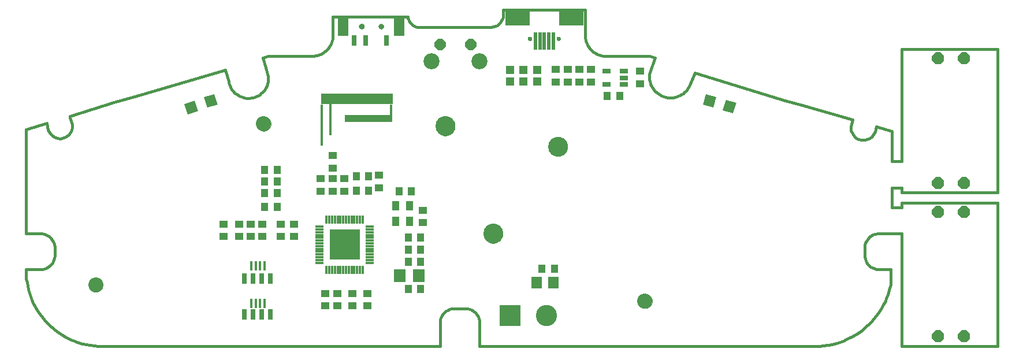
<source format=gts>
G75*
G70*
%OFA0B0*%
%FSLAX24Y24*%
%IPPOS*%
%LPD*%
%AMOC8*
5,1,8,0,0,1.08239X$1,22.5*
%
%ADD10C,0.0000*%
%ADD11C,0.1142*%
%ADD12C,0.0867*%
%ADD13C,0.0160*%
%ADD14R,0.1221X0.1221*%
%ADD15C,0.1221*%
%ADD16R,0.0631X0.0631*%
%ADD17R,0.0512X0.0257*%
%ADD18R,0.0591X0.1040*%
%ADD19R,0.0276X0.0591*%
%ADD20C,0.0316*%
%ADD21OC8,0.0700*%
%ADD22OC8,0.0640*%
%ADD23C,0.0925*%
%ADD24R,0.0138X0.0138*%
%ADD25R,0.4150X0.0600*%
%ADD26R,0.0170X0.1040*%
%ADD27R,0.2770X0.0410*%
%ADD28R,0.0130X0.1790*%
%ADD29R,0.0130X0.2370*%
%ADD30R,0.0434X0.0552*%
%ADD31R,0.1753X0.1753*%
%ADD32R,0.0512X0.0120*%
%ADD33R,0.0120X0.0512*%
%ADD34R,0.0178X0.0552*%
%ADD35R,0.0473X0.0434*%
%ADD36R,0.0434X0.0473*%
%ADD37R,0.0591X0.0670*%
%ADD38R,0.0670X0.0749*%
%ADD39R,0.0473X0.0493*%
%ADD40R,0.0217X0.1024*%
%ADD41R,0.1418X0.0788*%
%ADD42C,0.0237*%
D10*
X004901Y004920D02*
X004903Y004960D01*
X004909Y005001D01*
X004919Y005040D01*
X004932Y005078D01*
X004950Y005115D01*
X004971Y005149D01*
X004995Y005182D01*
X005022Y005212D01*
X005052Y005239D01*
X005085Y005263D01*
X005119Y005284D01*
X005156Y005302D01*
X005194Y005315D01*
X005233Y005325D01*
X005274Y005331D01*
X005314Y005333D01*
X005354Y005331D01*
X005395Y005325D01*
X005434Y005315D01*
X005472Y005302D01*
X005509Y005284D01*
X005543Y005263D01*
X005576Y005239D01*
X005606Y005212D01*
X005633Y005182D01*
X005657Y005149D01*
X005678Y005115D01*
X005696Y005078D01*
X005709Y005040D01*
X005719Y005001D01*
X005725Y004960D01*
X005727Y004920D01*
X005725Y004880D01*
X005719Y004839D01*
X005709Y004800D01*
X005696Y004762D01*
X005678Y004725D01*
X005657Y004691D01*
X005633Y004658D01*
X005606Y004628D01*
X005576Y004601D01*
X005543Y004577D01*
X005509Y004556D01*
X005472Y004538D01*
X005434Y004525D01*
X005395Y004515D01*
X005354Y004509D01*
X005314Y004507D01*
X005274Y004509D01*
X005233Y004515D01*
X005194Y004525D01*
X005156Y004538D01*
X005119Y004556D01*
X005085Y004577D01*
X005052Y004601D01*
X005022Y004628D01*
X004995Y004658D01*
X004971Y004691D01*
X004950Y004725D01*
X004932Y004762D01*
X004919Y004800D01*
X004909Y004839D01*
X004903Y004880D01*
X004901Y004920D01*
X024940Y014074D02*
X024942Y014121D01*
X024948Y014167D01*
X024958Y014213D01*
X024971Y014258D01*
X024989Y014301D01*
X025010Y014343D01*
X025034Y014383D01*
X025062Y014420D01*
X025093Y014455D01*
X025127Y014488D01*
X025163Y014517D01*
X025202Y014543D01*
X025243Y014566D01*
X025286Y014585D01*
X025330Y014601D01*
X025375Y014613D01*
X025421Y014621D01*
X025468Y014625D01*
X025514Y014625D01*
X025561Y014621D01*
X025607Y014613D01*
X025652Y014601D01*
X025696Y014585D01*
X025739Y014566D01*
X025780Y014543D01*
X025819Y014517D01*
X025855Y014488D01*
X025889Y014455D01*
X025920Y014420D01*
X025948Y014383D01*
X025972Y014343D01*
X025993Y014301D01*
X026011Y014258D01*
X026024Y014213D01*
X026034Y014167D01*
X026040Y014121D01*
X026042Y014074D01*
X026040Y014027D01*
X026034Y013981D01*
X026024Y013935D01*
X026011Y013890D01*
X025993Y013847D01*
X025972Y013805D01*
X025948Y013765D01*
X025920Y013728D01*
X025889Y013693D01*
X025855Y013660D01*
X025819Y013631D01*
X025780Y013605D01*
X025739Y013582D01*
X025696Y013563D01*
X025652Y013547D01*
X025607Y013535D01*
X025561Y013527D01*
X025514Y013523D01*
X025468Y013523D01*
X025421Y013527D01*
X025375Y013535D01*
X025330Y013547D01*
X025286Y013563D01*
X025243Y013582D01*
X025202Y013605D01*
X025163Y013631D01*
X025127Y013660D01*
X025093Y013693D01*
X025062Y013728D01*
X025034Y013765D01*
X025010Y013805D01*
X024989Y013847D01*
X024971Y013890D01*
X024958Y013935D01*
X024948Y013981D01*
X024942Y014027D01*
X024940Y014074D01*
X031436Y012893D02*
X031438Y012940D01*
X031444Y012986D01*
X031454Y013032D01*
X031467Y013077D01*
X031485Y013120D01*
X031506Y013162D01*
X031530Y013202D01*
X031558Y013239D01*
X031589Y013274D01*
X031623Y013307D01*
X031659Y013336D01*
X031698Y013362D01*
X031739Y013385D01*
X031782Y013404D01*
X031826Y013420D01*
X031871Y013432D01*
X031917Y013440D01*
X031964Y013444D01*
X032010Y013444D01*
X032057Y013440D01*
X032103Y013432D01*
X032148Y013420D01*
X032192Y013404D01*
X032235Y013385D01*
X032276Y013362D01*
X032315Y013336D01*
X032351Y013307D01*
X032385Y013274D01*
X032416Y013239D01*
X032444Y013202D01*
X032468Y013162D01*
X032489Y013120D01*
X032507Y013077D01*
X032520Y013032D01*
X032530Y012986D01*
X032536Y012940D01*
X032538Y012893D01*
X032536Y012846D01*
X032530Y012800D01*
X032520Y012754D01*
X032507Y012709D01*
X032489Y012666D01*
X032468Y012624D01*
X032444Y012584D01*
X032416Y012547D01*
X032385Y012512D01*
X032351Y012479D01*
X032315Y012450D01*
X032276Y012424D01*
X032235Y012401D01*
X032192Y012382D01*
X032148Y012366D01*
X032103Y012354D01*
X032057Y012346D01*
X032010Y012342D01*
X031964Y012342D01*
X031917Y012346D01*
X031871Y012354D01*
X031826Y012366D01*
X031782Y012382D01*
X031739Y012401D01*
X031698Y012424D01*
X031659Y012450D01*
X031623Y012479D01*
X031589Y012512D01*
X031558Y012547D01*
X031530Y012584D01*
X031506Y012624D01*
X031485Y012666D01*
X031467Y012709D01*
X031454Y012754D01*
X031444Y012800D01*
X031438Y012846D01*
X031436Y012893D01*
X027696Y007873D02*
X027698Y007920D01*
X027704Y007966D01*
X027714Y008012D01*
X027727Y008057D01*
X027745Y008100D01*
X027766Y008142D01*
X027790Y008182D01*
X027818Y008219D01*
X027849Y008254D01*
X027883Y008287D01*
X027919Y008316D01*
X027958Y008342D01*
X027999Y008365D01*
X028042Y008384D01*
X028086Y008400D01*
X028131Y008412D01*
X028177Y008420D01*
X028224Y008424D01*
X028270Y008424D01*
X028317Y008420D01*
X028363Y008412D01*
X028408Y008400D01*
X028452Y008384D01*
X028495Y008365D01*
X028536Y008342D01*
X028575Y008316D01*
X028611Y008287D01*
X028645Y008254D01*
X028676Y008219D01*
X028704Y008182D01*
X028728Y008142D01*
X028749Y008100D01*
X028767Y008057D01*
X028780Y008012D01*
X028790Y007966D01*
X028796Y007920D01*
X028798Y007873D01*
X028796Y007826D01*
X028790Y007780D01*
X028780Y007734D01*
X028767Y007689D01*
X028749Y007646D01*
X028728Y007604D01*
X028704Y007564D01*
X028676Y007527D01*
X028645Y007492D01*
X028611Y007459D01*
X028575Y007430D01*
X028536Y007404D01*
X028495Y007381D01*
X028452Y007362D01*
X028408Y007346D01*
X028363Y007334D01*
X028317Y007326D01*
X028270Y007322D01*
X028224Y007322D01*
X028177Y007326D01*
X028131Y007334D01*
X028086Y007346D01*
X028042Y007362D01*
X027999Y007381D01*
X027958Y007404D01*
X027919Y007430D01*
X027883Y007459D01*
X027849Y007492D01*
X027818Y007527D01*
X027790Y007564D01*
X027766Y007604D01*
X027745Y007646D01*
X027727Y007689D01*
X027714Y007734D01*
X027704Y007780D01*
X027698Y007826D01*
X027696Y007873D01*
X036594Y003975D02*
X036596Y004015D01*
X036602Y004056D01*
X036612Y004095D01*
X036625Y004133D01*
X036643Y004170D01*
X036664Y004204D01*
X036688Y004237D01*
X036715Y004267D01*
X036745Y004294D01*
X036778Y004318D01*
X036812Y004339D01*
X036849Y004357D01*
X036887Y004370D01*
X036926Y004380D01*
X036967Y004386D01*
X037007Y004388D01*
X037047Y004386D01*
X037088Y004380D01*
X037127Y004370D01*
X037165Y004357D01*
X037202Y004339D01*
X037236Y004318D01*
X037269Y004294D01*
X037299Y004267D01*
X037326Y004237D01*
X037350Y004204D01*
X037371Y004170D01*
X037389Y004133D01*
X037402Y004095D01*
X037412Y004056D01*
X037418Y004015D01*
X037420Y003975D01*
X037418Y003935D01*
X037412Y003894D01*
X037402Y003855D01*
X037389Y003817D01*
X037371Y003780D01*
X037350Y003746D01*
X037326Y003713D01*
X037299Y003683D01*
X037269Y003656D01*
X037236Y003632D01*
X037202Y003611D01*
X037165Y003593D01*
X037127Y003580D01*
X037088Y003570D01*
X037047Y003564D01*
X037007Y003562D01*
X036967Y003564D01*
X036926Y003570D01*
X036887Y003580D01*
X036849Y003593D01*
X036812Y003611D01*
X036778Y003632D01*
X036745Y003656D01*
X036715Y003683D01*
X036688Y003713D01*
X036664Y003746D01*
X036643Y003780D01*
X036625Y003817D01*
X036612Y003855D01*
X036602Y003894D01*
X036596Y003935D01*
X036594Y003975D01*
X014596Y014201D02*
X014598Y014241D01*
X014604Y014282D01*
X014614Y014321D01*
X014627Y014359D01*
X014645Y014396D01*
X014666Y014430D01*
X014690Y014463D01*
X014717Y014493D01*
X014747Y014520D01*
X014780Y014544D01*
X014814Y014565D01*
X014851Y014583D01*
X014889Y014596D01*
X014928Y014606D01*
X014969Y014612D01*
X015009Y014614D01*
X015049Y014612D01*
X015090Y014606D01*
X015129Y014596D01*
X015167Y014583D01*
X015204Y014565D01*
X015238Y014544D01*
X015271Y014520D01*
X015301Y014493D01*
X015328Y014463D01*
X015352Y014430D01*
X015373Y014396D01*
X015391Y014359D01*
X015404Y014321D01*
X015414Y014282D01*
X015420Y014241D01*
X015422Y014201D01*
X015420Y014161D01*
X015414Y014120D01*
X015404Y014081D01*
X015391Y014043D01*
X015373Y014006D01*
X015352Y013972D01*
X015328Y013939D01*
X015301Y013909D01*
X015271Y013882D01*
X015238Y013858D01*
X015204Y013837D01*
X015167Y013819D01*
X015129Y013806D01*
X015090Y013796D01*
X015049Y013790D01*
X015009Y013788D01*
X014969Y013790D01*
X014928Y013796D01*
X014889Y013806D01*
X014851Y013819D01*
X014814Y013837D01*
X014780Y013858D01*
X014747Y013882D01*
X014717Y013909D01*
X014690Y013939D01*
X014666Y013972D01*
X014645Y014006D01*
X014627Y014043D01*
X014614Y014081D01*
X014604Y014120D01*
X014598Y014161D01*
X014596Y014201D01*
X020530Y019826D02*
X020532Y019849D01*
X020538Y019872D01*
X020548Y019893D01*
X020561Y019913D01*
X020577Y019930D01*
X020596Y019944D01*
X020617Y019954D01*
X020639Y019961D01*
X020662Y019964D01*
X020686Y019963D01*
X020708Y019958D01*
X020730Y019949D01*
X020750Y019937D01*
X020768Y019921D01*
X020782Y019903D01*
X020794Y019883D01*
X020802Y019861D01*
X020806Y019838D01*
X020806Y019814D01*
X020802Y019791D01*
X020794Y019769D01*
X020782Y019749D01*
X020768Y019731D01*
X020750Y019715D01*
X020730Y019703D01*
X020708Y019694D01*
X020686Y019689D01*
X020662Y019688D01*
X020639Y019691D01*
X020617Y019698D01*
X020596Y019708D01*
X020577Y019722D01*
X020561Y019739D01*
X020548Y019759D01*
X020538Y019780D01*
X020532Y019803D01*
X020530Y019826D01*
X021652Y019826D02*
X021654Y019849D01*
X021660Y019872D01*
X021670Y019893D01*
X021683Y019913D01*
X021699Y019930D01*
X021718Y019944D01*
X021739Y019954D01*
X021761Y019961D01*
X021784Y019964D01*
X021808Y019963D01*
X021830Y019958D01*
X021852Y019949D01*
X021872Y019937D01*
X021890Y019921D01*
X021904Y019903D01*
X021916Y019883D01*
X021924Y019861D01*
X021928Y019838D01*
X021928Y019814D01*
X021924Y019791D01*
X021916Y019769D01*
X021904Y019749D01*
X021890Y019731D01*
X021872Y019715D01*
X021852Y019703D01*
X021830Y019694D01*
X021808Y019689D01*
X021784Y019688D01*
X021761Y019691D01*
X021739Y019698D01*
X021718Y019708D01*
X021699Y019722D01*
X021683Y019739D01*
X021670Y019759D01*
X021660Y019780D01*
X021654Y019803D01*
X021652Y019826D01*
X030275Y019109D02*
X030277Y019128D01*
X030282Y019147D01*
X030292Y019163D01*
X030304Y019178D01*
X030319Y019190D01*
X030335Y019200D01*
X030354Y019205D01*
X030373Y019207D01*
X030392Y019205D01*
X030411Y019200D01*
X030427Y019190D01*
X030442Y019178D01*
X030454Y019163D01*
X030464Y019147D01*
X030469Y019128D01*
X030471Y019109D01*
X030469Y019090D01*
X030464Y019071D01*
X030454Y019055D01*
X030442Y019040D01*
X030427Y019028D01*
X030411Y019018D01*
X030392Y019013D01*
X030373Y019011D01*
X030354Y019013D01*
X030335Y019018D01*
X030319Y019028D01*
X030304Y019040D01*
X030292Y019055D01*
X030282Y019071D01*
X030277Y019090D01*
X030275Y019109D01*
X031929Y019109D02*
X031931Y019128D01*
X031936Y019147D01*
X031946Y019163D01*
X031958Y019178D01*
X031973Y019190D01*
X031989Y019200D01*
X032008Y019205D01*
X032027Y019207D01*
X032046Y019205D01*
X032065Y019200D01*
X032081Y019190D01*
X032096Y019178D01*
X032108Y019163D01*
X032118Y019147D01*
X032123Y019128D01*
X032125Y019109D01*
X032123Y019090D01*
X032118Y019071D01*
X032108Y019055D01*
X032096Y019040D01*
X032081Y019028D01*
X032065Y019018D01*
X032046Y019013D01*
X032027Y019011D01*
X032008Y019013D01*
X031989Y019018D01*
X031973Y019028D01*
X031958Y019040D01*
X031946Y019055D01*
X031936Y019071D01*
X031931Y019090D01*
X031929Y019109D01*
D11*
X025491Y014074D03*
X031987Y012893D03*
X028247Y007873D03*
D12*
X037007Y003975D03*
X015009Y014201D03*
X005314Y004920D03*
D13*
X003900Y001750D02*
X003710Y001840D01*
X003550Y001920D01*
X003350Y002040D01*
X003110Y002200D01*
X002880Y002380D01*
X002660Y002570D01*
X002550Y002680D01*
X002400Y002840D01*
X002280Y002980D01*
X002180Y003110D01*
X002060Y003270D01*
X001960Y003420D01*
X001830Y003650D01*
X001710Y003870D01*
X001640Y004030D01*
X001520Y004350D01*
X001430Y004660D01*
X001380Y004870D01*
X001350Y005040D01*
X001310Y005290D01*
X001280Y005800D01*
X002120Y005810D01*
X002210Y005810D01*
X002260Y005820D01*
X002350Y005840D01*
X002460Y005880D01*
X002560Y005930D01*
X002660Y006000D01*
X002750Y006100D01*
X002820Y006190D01*
X002870Y006280D01*
X002900Y006340D01*
X002940Y006470D01*
X002950Y006590D01*
X002950Y007100D01*
X002930Y007230D01*
X002920Y007270D01*
X002870Y007410D01*
X002720Y007620D01*
X002620Y007710D01*
X002490Y007790D01*
X002370Y007840D01*
X002190Y007870D01*
X001280Y007870D01*
X001280Y013880D01*
X002490Y014240D01*
X002570Y013850D01*
X002680Y013640D01*
X002830Y013500D01*
X002940Y013430D01*
X003110Y013370D01*
X003260Y013360D01*
X003480Y013400D01*
X003640Y013480D01*
X003760Y013570D01*
X003850Y013700D01*
X003920Y013830D01*
X003960Y014020D01*
X003950Y014160D01*
X003930Y014280D01*
X003840Y014550D01*
X003820Y014660D01*
X006460Y015470D01*
X006600Y015510D01*
X007560Y015790D01*
X012780Y017320D01*
X012980Y016640D01*
X013000Y016570D01*
X013020Y016490D01*
X013050Y016410D01*
X013140Y016230D01*
X013170Y016190D01*
X013220Y016120D01*
X013260Y016070D01*
X013340Y015990D01*
X013400Y015940D01*
X013450Y015900D01*
X013560Y015830D01*
X013610Y015800D01*
X013690Y015770D01*
X013790Y015730D01*
X013860Y015710D01*
X013910Y015700D01*
X013980Y015690D01*
X014020Y015690D01*
X014160Y015680D01*
X014320Y015700D01*
X014410Y015720D01*
X014490Y015740D01*
X014570Y015770D01*
X014720Y015850D01*
X014790Y015890D01*
X014840Y015930D01*
X014960Y016040D01*
X015050Y016150D01*
X015130Y016280D01*
X015180Y016370D01*
X015230Y016520D01*
X015260Y016650D01*
X015270Y016740D01*
X015270Y016950D01*
X015130Y017430D01*
X014960Y018010D01*
X015260Y018110D01*
X017860Y018110D01*
X018060Y018130D01*
X018190Y018170D01*
X018350Y018230D01*
X018510Y018330D01*
X018630Y018430D01*
X018720Y018530D01*
X018810Y018650D01*
X018900Y018820D01*
X018960Y019000D01*
X018990Y019110D01*
X019000Y019160D01*
X019000Y020376D01*
X023320Y020376D01*
X023340Y020282D01*
X023350Y020260D01*
X023400Y020130D01*
X023460Y020040D01*
X023550Y019940D01*
X023630Y019880D01*
X023750Y019820D01*
X023860Y019790D01*
X023940Y019780D01*
X028140Y019780D01*
X028270Y019800D01*
X028390Y019840D01*
X028490Y019890D01*
X028570Y019950D01*
X028670Y020050D01*
X028710Y020100D01*
X028770Y020210D01*
X028800Y020290D01*
X028820Y020350D01*
X028830Y020410D01*
X028840Y020770D01*
X033560Y020770D01*
X033560Y019200D01*
X033600Y018980D01*
X033650Y018850D01*
X033690Y018760D01*
X033750Y018660D01*
X033820Y018560D01*
X033930Y018440D01*
X034020Y018360D01*
X034160Y018270D01*
X034270Y018210D01*
X034370Y018170D01*
X034480Y018140D01*
X034580Y018120D01*
X034750Y018110D01*
X037310Y018110D01*
X037600Y018010D01*
X037290Y017190D01*
X037270Y017060D01*
X037260Y016910D01*
X037270Y016790D01*
X037300Y016630D01*
X037330Y016540D01*
X037340Y016490D01*
X037390Y016390D01*
X037490Y016220D01*
X037610Y016070D01*
X037690Y016000D01*
X037830Y015900D01*
X037980Y015810D01*
X038190Y015750D01*
X038330Y015720D01*
X038400Y015710D01*
X038520Y015710D01*
X038630Y015720D01*
X038750Y015740D01*
X038860Y015770D01*
X038940Y015800D01*
X039030Y015840D01*
X039130Y015900D01*
X039220Y015960D01*
X039300Y016030D01*
X039370Y016090D01*
X039430Y016160D01*
X039470Y016210D01*
X039570Y016370D01*
X039600Y016440D01*
X039880Y017130D01*
X045080Y015560D01*
X046090Y015270D01*
X048980Y014450D01*
X048890Y014030D01*
X048910Y013810D01*
X048980Y013640D01*
X049080Y013490D01*
X049200Y013390D01*
X049320Y013320D01*
X049490Y013270D01*
X049700Y013270D01*
X049920Y013330D01*
X050090Y013450D01*
X050170Y013540D01*
X050280Y013730D01*
X050360Y014050D01*
X051270Y013780D01*
X051270Y012040D01*
X051840Y012040D01*
X051840Y018508D01*
X057352Y018508D01*
X057352Y010240D01*
X051840Y010240D01*
X051840Y010520D01*
X051270Y010520D01*
X051270Y009370D01*
X051840Y009370D01*
X051840Y009648D01*
X057352Y009648D01*
X057352Y001380D01*
X051840Y001380D01*
X051840Y007870D01*
X050430Y007870D01*
X050340Y007860D01*
X050260Y007840D01*
X050170Y007810D01*
X050050Y007740D01*
X049960Y007670D01*
X049880Y007590D01*
X049800Y007460D01*
X049740Y007330D01*
X049710Y007210D01*
X049700Y006550D01*
X049720Y006410D01*
X049800Y006210D01*
X049870Y006100D01*
X050030Y005960D01*
X050120Y005900D01*
X050290Y005830D01*
X050370Y005810D01*
X051200Y005810D01*
X051200Y005080D01*
X051180Y004900D01*
X051140Y004730D01*
X051020Y004340D01*
X050940Y004130D01*
X050880Y003990D01*
X050770Y003770D01*
X050620Y003510D01*
X050470Y003280D01*
X050090Y002810D01*
X049970Y002690D01*
X049770Y002500D01*
X049620Y002370D01*
X049520Y002290D01*
X049340Y002160D01*
X049230Y002090D01*
X049100Y002010D01*
X048980Y001940D01*
X048770Y001830D01*
X048640Y001770D01*
X048460Y001690D01*
X048260Y001620D01*
X048070Y001560D01*
X047810Y001490D01*
X047600Y001450D01*
X047270Y001400D01*
X047120Y001390D01*
X046940Y001380D01*
X027460Y001380D01*
X027460Y002840D01*
X027420Y002990D01*
X027390Y003070D01*
X027340Y003170D01*
X027220Y003320D01*
X027110Y003410D01*
X027000Y003470D01*
X026880Y003510D01*
X026810Y003530D01*
X026740Y003540D01*
X025940Y003540D01*
X025820Y003530D01*
X025730Y003500D01*
X025630Y003460D01*
X025540Y003410D01*
X025460Y003350D01*
X025370Y003250D01*
X025290Y003140D01*
X025260Y003070D01*
X025240Y003020D01*
X025210Y002900D01*
X025190Y002810D01*
X025190Y001380D01*
X005470Y001380D01*
X005240Y001400D01*
X005000Y001430D01*
X004560Y001520D01*
X004320Y001590D01*
X004100Y001670D01*
X003900Y001750D01*
D14*
X029231Y003149D03*
D15*
X031322Y003149D03*
D16*
G36*
X041680Y015574D02*
X042284Y015400D01*
X042110Y014796D01*
X041506Y014970D01*
X041680Y015574D01*
G37*
G36*
X040522Y015906D02*
X041126Y015732D01*
X040952Y015128D01*
X040348Y015302D01*
X040522Y015906D01*
G37*
G36*
X011577Y015728D02*
X012175Y015922D01*
X012369Y015324D01*
X011771Y015130D01*
X011577Y015728D01*
G37*
G36*
X010431Y015356D02*
X011029Y015550D01*
X011223Y014952D01*
X010625Y014758D01*
X010431Y015356D01*
G37*
D17*
X034786Y016482D03*
X035810Y016482D03*
X035810Y016858D03*
X035810Y017234D03*
X034786Y017234D03*
D18*
X022834Y019775D03*
X019586Y019775D03*
D19*
X020235Y018995D03*
X020904Y018995D03*
X022086Y018995D03*
X015390Y005275D03*
X014890Y005275D03*
X014390Y005275D03*
X013890Y005275D03*
X013890Y003205D03*
X014390Y003205D03*
X014890Y003205D03*
X015390Y003205D03*
D20*
X020668Y019826D03*
X021790Y019826D03*
D21*
X053942Y017975D03*
X055442Y017975D03*
X055442Y010778D03*
X053942Y010778D03*
X053940Y009125D03*
X055440Y009125D03*
X055440Y001928D03*
X053940Y001928D03*
D22*
X026970Y018790D03*
X025190Y018790D03*
D23*
X024700Y017810D03*
X027460Y017810D03*
D24*
X018846Y013610D03*
X018374Y013019D03*
D25*
X020384Y015634D03*
D26*
X022374Y014824D03*
D27*
X021074Y014509D03*
D28*
X018844Y014449D03*
D29*
X018374Y014149D03*
D30*
X022621Y009487D03*
X023441Y009487D03*
X023441Y008588D03*
X022621Y008588D03*
D31*
X019682Y007232D03*
D32*
X021120Y007310D03*
X021120Y007150D03*
X021120Y006990D03*
X021120Y006830D03*
X021120Y006670D03*
X021120Y006510D03*
X021120Y006350D03*
X021120Y006190D03*
X018240Y006190D03*
X018240Y006350D03*
X018240Y006510D03*
X018240Y006670D03*
X018240Y006830D03*
X018240Y006990D03*
X018240Y007150D03*
X018240Y007310D03*
X018240Y007470D03*
X018240Y007630D03*
X018240Y007790D03*
X018240Y007950D03*
X018240Y008110D03*
X018240Y008270D03*
X021120Y008270D03*
X021120Y008110D03*
X021120Y007950D03*
X021120Y007790D03*
X021120Y007630D03*
X021120Y007470D03*
D33*
X020720Y008670D03*
X020560Y008670D03*
X020400Y008670D03*
X020240Y008670D03*
X020080Y008670D03*
X019920Y008670D03*
X019760Y008670D03*
X019600Y008670D03*
X019440Y008670D03*
X019280Y008670D03*
X019120Y008670D03*
X018960Y008670D03*
X018800Y008670D03*
X018640Y008670D03*
X018640Y005790D03*
X018800Y005790D03*
X018960Y005790D03*
X019120Y005790D03*
X019280Y005790D03*
X019440Y005790D03*
X019600Y005790D03*
X019760Y005790D03*
X019920Y005790D03*
X020080Y005790D03*
X020240Y005790D03*
X020400Y005790D03*
X020560Y005790D03*
X020720Y005790D03*
D34*
X015064Y006002D03*
X014808Y006002D03*
X014552Y006002D03*
X014296Y006002D03*
X014296Y003858D03*
X014552Y003858D03*
X014808Y003858D03*
X015064Y003858D03*
D35*
X018565Y003705D03*
X019275Y003705D03*
X020125Y003705D03*
X020985Y003705D03*
X020985Y004415D03*
X020125Y004415D03*
X019275Y004415D03*
X018565Y004415D03*
X016755Y007715D03*
X015985Y007715D03*
X014940Y007715D03*
X014265Y007715D03*
X013585Y007715D03*
X012705Y007715D03*
X012705Y008425D03*
X013585Y008425D03*
X014265Y008425D03*
X014940Y008425D03*
X015985Y008425D03*
X016755Y008425D03*
X018305Y010325D03*
X018985Y010325D03*
X019665Y010325D03*
X019665Y011035D03*
X018985Y011035D03*
X018305Y011035D03*
X018985Y011655D03*
X018985Y012365D03*
X021675Y011235D03*
X021675Y010525D03*
X024205Y009225D03*
X024205Y008515D03*
X036725Y016525D03*
X036725Y017235D03*
X033905Y017335D03*
X033225Y017335D03*
X032545Y017335D03*
X031865Y017335D03*
X031865Y016625D03*
X032545Y016625D03*
X033225Y016625D03*
X033905Y016625D03*
D36*
X034835Y015805D03*
X035545Y015805D03*
X023525Y010305D03*
X022815Y010305D03*
X021055Y010355D03*
X020345Y010355D03*
X020345Y011185D03*
X021055Y011185D03*
X015785Y010875D03*
X015075Y010875D03*
X015075Y010195D03*
X015785Y010195D03*
X015785Y009415D03*
X015075Y009415D03*
X015075Y011555D03*
X015785Y011555D03*
X023355Y007645D03*
X024065Y007645D03*
X024065Y006935D03*
X023355Y006935D03*
X023355Y006255D03*
X024065Y006255D03*
X024065Y004665D03*
X023355Y004665D03*
X031075Y005835D03*
X031785Y005835D03*
D37*
X031715Y005060D03*
X030750Y005060D03*
D38*
X023946Y005445D03*
X022864Y005445D03*
D39*
X029240Y016660D03*
X030010Y016660D03*
X030780Y016660D03*
X030780Y017320D03*
X030010Y017320D03*
X029240Y017320D03*
D40*
X030688Y018971D03*
X030944Y018971D03*
X031200Y018971D03*
X031456Y018971D03*
X031712Y018971D03*
D41*
X032755Y020290D03*
X029645Y020290D03*
D42*
X030373Y019109D03*
X032027Y019109D03*
M02*

</source>
